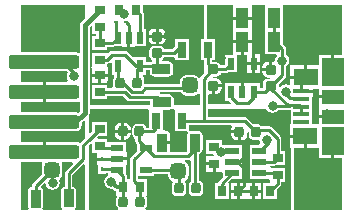
<source format=gtl>
G04 Layer_Physical_Order=1*
G04 Layer_Color=255*
%FSLAX25Y25*%
%MOIN*%
G70*
G01*
G75*
G04:AMPARAMS|DCode=10|XSize=51.18mil|YSize=51.18mil|CornerRadius=12.8mil|HoleSize=0mil|Usage=FLASHONLY|Rotation=0.000|XOffset=0mil|YOffset=0mil|HoleType=Round|Shape=RoundedRectangle|*
%AMROUNDEDRECTD10*
21,1,0.05118,0.02559,0,0,0.0*
21,1,0.02559,0.05118,0,0,0.0*
1,1,0.02559,0.01280,-0.01280*
1,1,0.02559,-0.01280,-0.01280*
1,1,0.02559,-0.01280,0.01280*
1,1,0.02559,0.01280,0.01280*
%
%ADD10ROUNDEDRECTD10*%
G04:AMPARAMS|DCode=11|XSize=62.99mil|YSize=35.43mil|CornerRadius=8.86mil|HoleSize=0mil|Usage=FLASHONLY|Rotation=90.000|XOffset=0mil|YOffset=0mil|HoleType=Round|Shape=RoundedRectangle|*
%AMROUNDEDRECTD11*
21,1,0.06299,0.01772,0,0,90.0*
21,1,0.04528,0.03543,0,0,90.0*
1,1,0.01772,0.00886,0.02264*
1,1,0.01772,0.00886,-0.02264*
1,1,0.01772,-0.00886,-0.02264*
1,1,0.01772,-0.00886,0.02264*
%
%ADD11ROUNDEDRECTD11*%
%ADD12R,0.02362X0.04331*%
%ADD13R,0.03150X0.05512*%
%ADD14R,0.03150X0.03543*%
%ADD15R,0.03543X0.03150*%
G04:AMPARAMS|DCode=16|XSize=35.43mil|YSize=31.5mil|CornerRadius=7.87mil|HoleSize=0mil|Usage=FLASHONLY|Rotation=270.000|XOffset=0mil|YOffset=0mil|HoleType=Round|Shape=RoundedRectangle|*
%AMROUNDEDRECTD16*
21,1,0.03543,0.01575,0,0,270.0*
21,1,0.01969,0.03150,0,0,270.0*
1,1,0.01575,-0.00787,-0.00984*
1,1,0.01575,-0.00787,0.00984*
1,1,0.01575,0.00787,0.00984*
1,1,0.01575,0.00787,-0.00984*
%
%ADD16ROUNDEDRECTD16*%
%ADD17R,0.04331X0.06693*%
G04:AMPARAMS|DCode=18|XSize=35.43mil|YSize=31.5mil|CornerRadius=7.87mil|HoleSize=0mil|Usage=FLASHONLY|Rotation=180.000|XOffset=0mil|YOffset=0mil|HoleType=Round|Shape=RoundedRectangle|*
%AMROUNDEDRECTD18*
21,1,0.03543,0.01575,0,0,180.0*
21,1,0.01969,0.03150,0,0,180.0*
1,1,0.01575,-0.00984,0.00787*
1,1,0.01575,0.00984,0.00787*
1,1,0.01575,0.00984,-0.00787*
1,1,0.01575,-0.00984,-0.00787*
%
%ADD18ROUNDEDRECTD18*%
%ADD19R,0.02362X0.04134*%
%ADD20R,0.04724X0.02362*%
%ADD21R,0.00984X0.01417*%
%ADD22R,0.04331X0.02362*%
G04:AMPARAMS|DCode=23|XSize=62.99mil|YSize=35.43mil|CornerRadius=8.86mil|HoleSize=0mil|Usage=FLASHONLY|Rotation=0.000|XOffset=0mil|YOffset=0mil|HoleType=Round|Shape=RoundedRectangle|*
%AMROUNDEDRECTD23*
21,1,0.06299,0.01772,0,0,0.0*
21,1,0.04528,0.03543,0,0,0.0*
1,1,0.01772,0.02264,-0.00886*
1,1,0.01772,-0.02264,-0.00886*
1,1,0.01772,-0.02264,0.00886*
1,1,0.01772,0.02264,0.00886*
%
%ADD23ROUNDEDRECTD23*%
G04:AMPARAMS|DCode=24|XSize=51.18mil|YSize=51.18mil|CornerRadius=12.8mil|HoleSize=0mil|Usage=FLASHONLY|Rotation=270.000|XOffset=0mil|YOffset=0mil|HoleType=Round|Shape=RoundedRectangle|*
%AMROUNDEDRECTD24*
21,1,0.05118,0.02559,0,0,270.0*
21,1,0.02559,0.05118,0,0,270.0*
1,1,0.02559,-0.01280,-0.01280*
1,1,0.02559,-0.01280,0.01280*
1,1,0.02559,0.01280,0.01280*
1,1,0.02559,0.01280,-0.01280*
%
%ADD24ROUNDEDRECTD24*%
%ADD25R,0.01417X0.00984*%
%ADD26R,0.07480X0.09350*%
%ADD27R,0.07480X0.04626*%
%ADD28R,0.07874X0.05807*%
%ADD29R,0.08268X0.05807*%
%ADD30R,0.05433X0.01772*%
G04:AMPARAMS|DCode=31|XSize=236.22mil|YSize=47.24mil|CornerRadius=11.81mil|HoleSize=0mil|Usage=FLASHONLY|Rotation=0.000|XOffset=0mil|YOffset=0mil|HoleType=Round|Shape=RoundedRectangle|*
%AMROUNDEDRECTD31*
21,1,0.23622,0.02362,0,0,0.0*
21,1,0.21260,0.04724,0,0,0.0*
1,1,0.02362,0.10630,-0.01181*
1,1,0.02362,-0.10630,-0.01181*
1,1,0.02362,-0.10630,0.01181*
1,1,0.02362,0.10630,0.01181*
%
%ADD31ROUNDEDRECTD31*%
%ADD32C,0.00984*%
%ADD33C,0.01575*%
%ADD34C,0.01181*%
%ADD35C,0.03150*%
%ADD36C,0.01969*%
%ADD37C,0.02362*%
G36*
X47146Y34646D02*
Y28864D01*
X46325D01*
X46267Y29158D01*
X45919Y29679D01*
X45398Y30027D01*
X44783Y30149D01*
X43209D01*
X42594Y30027D01*
X42073Y29679D01*
X41725Y29158D01*
X41603Y28543D01*
Y26575D01*
X41725Y25960D01*
X42073Y25439D01*
X42594Y25091D01*
X42691Y25072D01*
Y24213D01*
X42791Y23713D01*
X43074Y23290D01*
X43110Y23254D01*
Y21038D01*
X41400Y19328D01*
X41118Y18905D01*
X41018Y18406D01*
Y11614D01*
X39986D01*
Y12598D01*
X39886Y13098D01*
X39604Y13521D01*
X39567Y13558D01*
Y16224D01*
X39779D01*
Y17906D01*
X36614D01*
Y18905D01*
X39779D01*
Y20587D01*
X39567D01*
Y24114D01*
X33661D01*
X33366Y24492D01*
Y25098D01*
X30190D01*
X30003Y25535D01*
X30292Y25886D01*
X33366D01*
Y30610D01*
X28248D01*
Y27534D01*
X27627Y26913D01*
X27165Y27104D01*
Y33086D01*
X27271Y33244D01*
X27393Y33858D01*
X27393Y33858D01*
Y34941D01*
X46768D01*
X47146Y34646D01*
D02*
G37*
G36*
X25787Y30934D02*
Y25210D01*
X24373Y23795D01*
X24239Y23595D01*
X23686Y23964D01*
X22835Y24133D01*
X12705D01*
Y20728D01*
X11705D01*
Y24133D01*
X4626D01*
Y27540D01*
X22835D01*
X23603Y27693D01*
X24254Y28128D01*
X24689Y28779D01*
X24842Y29547D01*
Y30642D01*
X25326Y31126D01*
X25787Y30934D01*
D02*
G37*
G36*
X103725Y39673D02*
X108465D01*
Y38673D01*
X103725D01*
Y35860D01*
X103725D01*
Y35793D01*
X103725D01*
Y32980D01*
X108465D01*
Y31980D01*
X103725D01*
Y29888D01*
X101535D01*
Y34154D01*
Y39059D01*
X101748D01*
Y40445D01*
X98032D01*
Y41445D01*
X101748D01*
Y41766D01*
X103725D01*
Y39673D01*
D02*
G37*
G36*
X58156Y40144D02*
X58839Y39687D01*
X59646Y39527D01*
X62205D01*
X63011Y39687D01*
X63695Y40144D01*
X63747Y40221D01*
X64247Y40069D01*
Y36319D01*
X55608D01*
X55446Y36516D01*
Y38287D01*
X55316Y38940D01*
X54947Y39494D01*
X54393Y39864D01*
X53740Y39993D01*
X50941D01*
X50814Y40124D01*
X51025Y40624D01*
X57834D01*
X58156Y40144D01*
D02*
G37*
G36*
X20068Y47107D02*
X19920Y46886D01*
X19737Y45965D01*
X19920Y45043D01*
X20194Y44633D01*
X19927Y44133D01*
X12705D01*
Y40728D01*
Y37323D01*
X22835D01*
X23686Y37493D01*
X23741Y37530D01*
X24182Y37294D01*
Y34523D01*
X23452Y33794D01*
X22835Y33917D01*
X4626D01*
Y37323D01*
X11705D01*
Y40728D01*
Y44133D01*
X4626D01*
Y47540D01*
X19756D01*
X20068Y47107D01*
D02*
G37*
G36*
X55807Y34646D02*
Y27559D01*
X59935D01*
X60202Y27059D01*
X59999Y26755D01*
X59869Y26102D01*
Y21575D01*
X59990Y20965D01*
X59697Y20636D01*
X59654Y20596D01*
X54611D01*
X54213Y21096D01*
X54285Y21457D01*
Y23221D01*
X51476D01*
Y24220D01*
X54285D01*
Y25984D01*
X54139Y26720D01*
X53722Y27344D01*
X53098Y27761D01*
X52362Y27907D01*
X51870D01*
Y34646D01*
X52302Y34810D01*
X53740D01*
X54393Y34940D01*
X54395Y34941D01*
X55429D01*
X55807Y34646D01*
D02*
G37*
G36*
X25787Y16522D02*
Y1411D01*
X22717D01*
X22586Y1638D01*
X22510Y1911D01*
X22836Y2398D01*
X22966Y3051D01*
Y7579D01*
X22836Y8232D01*
X22466Y8785D01*
X21913Y9155D01*
X21679Y9201D01*
Y13066D01*
X25326Y16713D01*
X25787Y16522D01*
D02*
G37*
G36*
X11634Y16911D02*
X11630Y16823D01*
X11475Y16043D01*
Y13484D01*
X11519Y13265D01*
X8467Y10214D01*
X8185Y9791D01*
X8085Y9291D01*
Y9083D01*
X7851Y9037D01*
X7298Y8667D01*
X6928Y8113D01*
X6798Y7461D01*
Y2933D01*
X6928Y2280D01*
X7175Y1911D01*
X6939Y1411D01*
X4626D01*
Y17323D01*
X11377D01*
X11634Y16911D01*
D02*
G37*
G36*
X27896Y23461D02*
X28248Y23229D01*
Y20374D01*
X29709D01*
X30004Y19996D01*
X30004Y19874D01*
Y18787D01*
X31496D01*
Y17787D01*
X30004D01*
Y16888D01*
X30004Y16579D01*
X30217Y16167D01*
Y15106D01*
X30191Y14980D01*
X30217Y14854D01*
Y13484D01*
X32776D01*
Y13676D01*
X33661D01*
Y13010D01*
X32943Y12530D01*
X32421Y11749D01*
X32237Y10827D01*
X32421Y9905D01*
X32943Y9124D01*
X33724Y8602D01*
X34646Y8418D01*
X34997Y8488D01*
X35424Y8062D01*
X35880Y7757D01*
X36319Y7670D01*
Y6496D01*
X36319D01*
X36586Y5996D01*
X36410Y5733D01*
X36288Y5118D01*
Y3150D01*
X36410Y2535D01*
X36758Y2014D01*
X36913Y1911D01*
X36761Y1411D01*
X27165D01*
Y22898D01*
X27748Y23480D01*
X27896Y23461D01*
D02*
G37*
G36*
X86683Y34419D02*
X87464Y33897D01*
X88386Y33714D01*
X89307Y33897D01*
X90089Y34419D01*
X90355Y34817D01*
X94094D01*
X94390Y34575D01*
Y29888D01*
X94276D01*
Y26484D01*
X99213D01*
Y25984D01*
X99713D01*
Y22081D01*
X103725D01*
Y18538D01*
X107965D01*
Y24213D01*
X108965D01*
Y18538D01*
X111493D01*
Y1411D01*
X95669D01*
Y22081D01*
X98713D01*
Y25484D01*
X94276D01*
Y22081D01*
X94390D01*
Y1411D01*
X46113D01*
X45961Y1911D01*
X46116Y2014D01*
X46464Y2535D01*
X46586Y3150D01*
Y5118D01*
X46464Y5733D01*
X46288Y5996D01*
X46555Y6496D01*
X46555D01*
Y11614D01*
X43627D01*
Y12697D01*
X49016D01*
Y13361D01*
X53601D01*
Y12992D01*
X53762Y12186D01*
X54219Y11502D01*
X54902Y11045D01*
X54932Y11039D01*
X55162Y10484D01*
X55013Y10260D01*
X54890Y9646D01*
Y7677D01*
X55013Y7063D01*
X55361Y6542D01*
X55882Y6194D01*
X56496Y6072D01*
X58071D01*
X58685Y6194D01*
X59206Y6542D01*
X59554Y7063D01*
X59676Y7677D01*
Y9646D01*
X59554Y10260D01*
X59300Y10640D01*
X59213Y10797D01*
X59393Y11258D01*
X59758Y11502D01*
X60215Y12186D01*
X60375Y12992D01*
Y15551D01*
X60215Y16358D01*
X59758Y17041D01*
X59091Y17487D01*
X59081Y17534D01*
X59175Y17987D01*
X60215D01*
X60656Y18075D01*
X60777Y18042D01*
X61156Y17780D01*
Y10971D01*
X60873Y10781D01*
X60524Y10260D01*
X60402Y9646D01*
Y7677D01*
X60524Y7063D01*
X60873Y6542D01*
X61393Y6194D01*
X62008Y6072D01*
X63583D01*
X64197Y6194D01*
X64718Y6542D01*
X65066Y7063D01*
X65188Y7677D01*
Y9646D01*
X65066Y10260D01*
X64718Y10781D01*
X64197Y11129D01*
X63765Y11215D01*
Y19952D01*
X63999Y19999D01*
X64553Y20369D01*
X64923Y20922D01*
X65052Y21575D01*
Y26102D01*
X64923Y26755D01*
X64553Y27309D01*
X63999Y27678D01*
X63346Y27808D01*
X61575D01*
X61032Y27700D01*
X60672Y27897D01*
X60532Y28019D01*
Y29798D01*
X74680D01*
X74947Y29298D01*
X74786Y29057D01*
X74647Y28359D01*
Y27875D01*
X77257D01*
Y27375D01*
X77757D01*
Y24568D01*
X78044D01*
X78742Y24707D01*
X79333Y25102D01*
X79728Y25693D01*
X79867Y26391D01*
Y27133D01*
X80367Y27400D01*
X80375Y27395D01*
Y26391D01*
X80498Y25776D01*
X80846Y25255D01*
X81367Y24907D01*
X81981Y24785D01*
X83525D01*
X83565Y24779D01*
X84077Y24379D01*
X84195Y23784D01*
X84298Y23630D01*
X84031Y23130D01*
X80852D01*
Y19193D01*
Y15453D01*
Y11713D01*
X87151D01*
X87493Y11354D01*
Y10741D01*
X87493D01*
X87474Y10249D01*
X85229D01*
Y5131D01*
X89954D01*
Y8207D01*
X90974Y9228D01*
X91257Y9651D01*
X91357Y10151D01*
Y10741D01*
X92611D01*
Y15465D01*
X87828D01*
X87498Y15966D01*
X87563Y16117D01*
X88858D01*
X89357Y16216D01*
X89413Y16253D01*
X92611D01*
Y20977D01*
X91357D01*
Y25111D01*
X91257Y25610D01*
X90974Y26033D01*
X88133Y28875D01*
X87709Y29158D01*
X87210Y29257D01*
X84850D01*
X84691Y29495D01*
X84171Y29843D01*
X83556Y29965D01*
X82024D01*
X79964Y32025D01*
X79540Y32308D01*
X79041Y32407D01*
X66856D01*
Y34941D01*
X86334D01*
X86683Y34419D01*
D02*
G37*
G36*
X21784Y16861D02*
X19452Y14529D01*
X19169Y14106D01*
X19069Y13607D01*
Y9201D01*
X18835Y9155D01*
X18282Y8785D01*
X17912Y8232D01*
X17782Y7579D01*
Y3051D01*
X17912Y2398D01*
X18238Y1911D01*
X18162Y1638D01*
X18031Y1411D01*
X11841D01*
X11605Y1911D01*
X11852Y2280D01*
X11982Y2933D01*
Y7461D01*
X11852Y8113D01*
X11482Y8667D01*
X11287Y8797D01*
X11238Y9295D01*
X12180Y10237D01*
X12722Y10072D01*
X12834Y9511D01*
X13356Y8730D01*
X14137Y8208D01*
X15059Y8025D01*
X15981Y8208D01*
X16762Y8730D01*
X17284Y9511D01*
X17468Y10433D01*
X17284Y11355D01*
X17378Y11824D01*
X17632Y11994D01*
X18089Y12678D01*
X18249Y13484D01*
Y16043D01*
X18094Y16823D01*
X18091Y16911D01*
X18347Y17323D01*
X21592D01*
X21784Y16861D01*
D02*
G37*
G36*
X111493Y53116D02*
X108965D01*
Y47441D01*
X107965D01*
Y53116D01*
X103725D01*
Y49573D01*
X99910D01*
Y45669D01*
X99410D01*
Y45169D01*
X94276D01*
Y43242D01*
X93835Y43006D01*
X93737Y43072D01*
X92815Y43255D01*
X91893Y43072D01*
X91112Y42549D01*
X90885Y42210D01*
X90385Y42362D01*
Y43363D01*
X92458Y45436D01*
X92741Y45859D01*
X92840Y46358D01*
Y49212D01*
X93239Y49478D01*
X93761Y50259D01*
X93944Y51181D01*
X93761Y52103D01*
X93239Y52884D01*
X92840Y53150D01*
Y55020D01*
X92741Y55519D01*
X92458Y55942D01*
X91929Y56471D01*
Y61614D01*
X91929D01*
Y69390D01*
X91929D01*
X92028Y69849D01*
X111493D01*
Y53116D01*
D02*
G37*
G36*
X25787Y65325D02*
X24652Y64189D01*
X24304Y63668D01*
X24182Y63054D01*
X24182Y63054D01*
Y53907D01*
X23741Y53671D01*
X23603Y53764D01*
X22835Y53917D01*
X4626D01*
Y69849D01*
X25787D01*
Y65325D01*
D02*
G37*
G36*
X65551Y58366D02*
X64370D01*
Y51279D01*
X65428D01*
Y50197D01*
X65527Y49698D01*
X65551Y49661D01*
Y46924D01*
X64629Y46001D01*
X64346Y45578D01*
X64109Y45496D01*
X63820Y45496D01*
X63695Y45683D01*
X63011Y46140D01*
X62205Y46300D01*
X59646D01*
X58839Y46140D01*
X58156Y45683D01*
X57699Y44999D01*
X57538Y44193D01*
Y43234D01*
X46033D01*
X45988Y43225D01*
X45602Y43542D01*
Y44783D01*
X45480Y45398D01*
X45131Y45919D01*
X45075Y45957D01*
X45226Y46457D01*
X46161D01*
Y48105D01*
X47388D01*
Y47500D01*
X47518Y46847D01*
X47888Y46294D01*
X48442Y45924D01*
X49095Y45794D01*
X53622D01*
X54275Y45924D01*
X54828Y46294D01*
X55198Y46847D01*
X55328Y47500D01*
Y49272D01*
X55198Y49924D01*
X54828Y50478D01*
X54275Y50848D01*
X53622Y50978D01*
X51812D01*
X51660Y51478D01*
X52021Y51719D01*
X52369Y52240D01*
X52389Y52337D01*
X55512D01*
X55709Y52176D01*
Y51279D01*
X60433D01*
Y58366D01*
X55709D01*
Y55684D01*
X54971Y54946D01*
X52389D01*
X52369Y55044D01*
X52021Y55564D01*
X51500Y55913D01*
X50886Y56035D01*
X48917D01*
X48303Y55913D01*
X47782Y55564D01*
X47434Y55044D01*
X47312Y54429D01*
Y52854D01*
X47434Y52240D01*
X47782Y51719D01*
X48104Y51504D01*
X48204Y50960D01*
X48188Y50892D01*
X48019Y50714D01*
X46161D01*
Y52362D01*
X42224D01*
Y52362D01*
X41859Y52211D01*
X40096Y53974D01*
X39672Y54256D01*
X39173Y54356D01*
X34920D01*
X34421Y54256D01*
X33997Y53974D01*
X33717Y53693D01*
X33366Y53839D01*
Y53839D01*
X28248D01*
X28248Y49247D01*
X28035Y48835D01*
X28036Y48702D01*
Y46760D01*
X33579D01*
Y48702D01*
X33579Y48835D01*
X33366Y49247D01*
X33366Y49335D01*
Y50176D01*
X33844Y50271D01*
X34244Y50538D01*
X34464Y50493D01*
X34744Y50377D01*
Y46457D01*
X35408D01*
Y45307D01*
X35304Y44783D01*
Y42815D01*
X35356Y42553D01*
X34969Y42053D01*
X33366D01*
Y43110D01*
X28248D01*
Y38386D01*
X33366D01*
Y39443D01*
X38519D01*
X39909Y38054D01*
X40332Y37771D01*
X40831Y37672D01*
X47507D01*
Y36516D01*
X47345Y36319D01*
X27393D01*
Y62389D01*
X27786Y62782D01*
X28248Y62590D01*
Y60138D01*
X29502D01*
Y59350D01*
X28248D01*
Y54626D01*
X33366D01*
Y55684D01*
X34843D01*
X35342Y55783D01*
X35525Y55905D01*
X38272D01*
Y55693D01*
X39953D01*
Y58858D01*
X40953D01*
Y55693D01*
X42634D01*
Y55905D01*
X46161D01*
Y61811D01*
X45498D01*
Y66437D01*
X45398Y66936D01*
X45115Y67360D01*
X45079Y67396D01*
Y69849D01*
X65551D01*
Y58366D01*
D02*
G37*
G36*
X86024Y69390D02*
X86024D01*
Y61122D01*
X86024D01*
Y53347D01*
X89624D01*
X89764Y53037D01*
X89807Y52846D01*
X89310Y52103D01*
X89127Y51181D01*
X89145Y51091D01*
X88973Y50919D01*
X88705Y50740D01*
X88295D01*
Y48130D01*
X87795D01*
Y47630D01*
X84989D01*
Y47343D01*
X85127Y46645D01*
X85522Y46054D01*
X86114Y45659D01*
X86811Y45520D01*
X87554D01*
X87821Y45020D01*
X87815Y45011D01*
X86811D01*
X86197Y44889D01*
X85676Y44541D01*
X85328Y44020D01*
X85205Y43406D01*
Y41988D01*
X84046D01*
Y43538D01*
X80518D01*
Y43751D01*
X78837D01*
Y40684D01*
X77837D01*
Y43751D01*
X76156D01*
Y43538D01*
X72628D01*
Y37829D01*
X73871D01*
X74625Y37076D01*
X74433Y36614D01*
X66856D01*
Y39799D01*
X67356Y40178D01*
X67716Y40107D01*
X68201D01*
Y42717D01*
X68701D01*
Y43216D01*
X71507D01*
Y43504D01*
X71369Y44201D01*
X70974Y44793D01*
X70382Y45188D01*
X69685Y45326D01*
X68943D01*
X68675Y45826D01*
X68681Y45835D01*
X69685D01*
X70300Y45957D01*
X70820Y46306D01*
X71169Y46826D01*
X71188Y46924D01*
X72693D01*
X73192Y47023D01*
X73574Y47278D01*
X76565D01*
X76565Y52987D01*
X77004Y53134D01*
X77846D01*
Y56980D01*
X75181D01*
Y53487D01*
X75181Y53134D01*
X74742Y52987D01*
X72628D01*
Y50009D01*
X72153Y49533D01*
X71188D01*
X71169Y49630D01*
X70820Y50151D01*
X70300Y50499D01*
X69685Y50621D01*
X68153D01*
X68037Y50737D01*
Y51279D01*
X69095D01*
Y58366D01*
X66535D01*
Y69849D01*
X74783D01*
X75181Y69602D01*
X75181Y69349D01*
Y65756D01*
X78347D01*
X81512D01*
Y69349D01*
X81512Y69602D01*
X81910Y69849D01*
X85925D01*
X86024Y69390D01*
D02*
G37*
%LPC*%
G36*
X41094Y27059D02*
X38984D01*
Y24752D01*
X39272D01*
X39969Y24891D01*
X40560Y25286D01*
X40955Y25877D01*
X41094Y26575D01*
Y27059D01*
D02*
G37*
G36*
X37984D02*
X35874D01*
Y26575D01*
X36013Y25877D01*
X36408Y25286D01*
X36999Y24891D01*
X37697Y24752D01*
X37984D01*
Y27059D01*
D02*
G37*
G36*
Y30366D02*
X37697D01*
X36999Y30227D01*
X36408Y29832D01*
X36013Y29241D01*
X35874Y28543D01*
Y28059D01*
X37984D01*
Y30366D01*
D02*
G37*
G36*
X39272D02*
X38984D01*
Y28059D01*
X41094D01*
Y28543D01*
X40955Y29241D01*
X40560Y29832D01*
X39969Y30227D01*
X39272Y30366D01*
D02*
G37*
G36*
X71450Y24619D02*
X66332D01*
Y19895D01*
X68698D01*
X68743Y19820D01*
X68460Y19320D01*
X66119D01*
Y17245D01*
X68891D01*
Y16745D01*
X69391D01*
Y14170D01*
X71662D01*
X71797Y13726D01*
Y12376D01*
X70527Y11107D01*
X70244Y10684D01*
X70158Y10249D01*
X69087D01*
Y5131D01*
X73812D01*
Y10249D01*
X73812D01*
X73679Y10569D01*
X74823Y11713D01*
X78096D01*
Y15240D01*
X78309D01*
Y16921D01*
X74946D01*
Y17921D01*
X78309D01*
Y19602D01*
X78096D01*
Y23130D01*
X71797D01*
X71450Y23486D01*
Y24619D01*
D02*
G37*
G36*
X76461Y10462D02*
X74387D01*
Y8190D01*
X76461D01*
Y10462D01*
D02*
G37*
G36*
X68391Y16245D02*
X66119D01*
Y14170D01*
X68391D01*
Y16245D01*
D02*
G37*
G36*
X79536Y10462D02*
X77461D01*
Y7690D01*
Y4918D01*
X79505D01*
Y4918D01*
X81580D01*
Y7690D01*
Y10462D01*
X79536D01*
Y10462D01*
D02*
G37*
G36*
X84654Y7190D02*
X82580D01*
Y4918D01*
X84654D01*
Y7190D01*
D02*
G37*
G36*
Y10462D02*
X82580D01*
Y8190D01*
X84654D01*
Y10462D01*
D02*
G37*
G36*
X76461Y7190D02*
X74387D01*
Y4918D01*
X76461D01*
Y7190D01*
D02*
G37*
G36*
X76757Y26875D02*
X74647D01*
Y26391D01*
X74786Y25693D01*
X75181Y25102D01*
X75772Y24707D01*
X76469Y24568D01*
X76757D01*
Y26875D01*
D02*
G37*
G36*
X98910Y49573D02*
X94276D01*
Y46169D01*
X98910D01*
Y49573D01*
D02*
G37*
G36*
X49402Y58654D02*
X47095D01*
Y58366D01*
X47234Y57669D01*
X47629Y57077D01*
X48220Y56682D01*
X48917Y56544D01*
X49402D01*
Y58654D01*
D02*
G37*
G36*
X52708D02*
X50402D01*
Y56544D01*
X50886D01*
X51583Y56682D01*
X52175Y57077D01*
X52570Y57669D01*
X52708Y58366D01*
Y58654D01*
D02*
G37*
G36*
X49402Y61763D02*
X48917D01*
X48220Y61625D01*
X47629Y61230D01*
X47234Y60638D01*
X47095Y59941D01*
Y59654D01*
X49402D01*
Y61763D01*
D02*
G37*
G36*
X50886D02*
X50402D01*
Y59654D01*
X52708D01*
Y59941D01*
X52570Y60638D01*
X52175Y61230D01*
X51583Y61625D01*
X50886Y61763D01*
D02*
G37*
G36*
X30307Y45760D02*
X28036D01*
Y43685D01*
X30307D01*
Y45760D01*
D02*
G37*
G36*
X33579D02*
X31307D01*
Y43685D01*
X33579D01*
Y45760D01*
D02*
G37*
G36*
X81512Y64756D02*
X78347D01*
X75181D01*
Y60909D01*
X75181D01*
Y57980D01*
X78347D01*
X81512D01*
Y61827D01*
X81512D01*
Y64756D01*
D02*
G37*
G36*
X71507Y42217D02*
X69201D01*
Y40107D01*
X69685D01*
X70382Y40245D01*
X70974Y40641D01*
X71369Y41232D01*
X71507Y41929D01*
Y42217D01*
D02*
G37*
G36*
X87295Y50740D02*
X86811D01*
X86114Y50601D01*
X85522Y50206D01*
X85127Y49615D01*
X84989Y48917D01*
Y48630D01*
X87295D01*
Y50740D01*
D02*
G37*
G36*
X84258Y49632D02*
X82577D01*
Y47065D01*
X84258D01*
Y49632D01*
D02*
G37*
G36*
X81577D02*
X79896D01*
Y47065D01*
X81577D01*
Y49632D01*
D02*
G37*
G36*
X81512Y56980D02*
X78847D01*
Y53134D01*
X79896D01*
Y50632D01*
X81577D01*
Y53199D01*
X81512D01*
Y56980D01*
D02*
G37*
G36*
X84258Y53199D02*
X82577D01*
Y50632D01*
X84258D01*
Y53199D01*
D02*
G37*
%LPD*%
D10*
X14862Y14764D02*
D03*
X56988Y14272D02*
D03*
D11*
X9390Y5197D02*
D03*
X20374Y5315D02*
D03*
X51476Y23720D02*
D03*
X62461Y23839D02*
D03*
D12*
X44193Y49409D02*
D03*
X36713D02*
D03*
Y58858D02*
D03*
X40453D02*
D03*
X44193D02*
D03*
D13*
X49508Y31102D02*
D03*
X58169D02*
D03*
X58071Y54823D02*
D03*
X66732D02*
D03*
D14*
X82080Y7690D02*
D03*
X87591D02*
D03*
X76961Y7690D02*
D03*
X71450D02*
D03*
X38681Y9055D02*
D03*
X44193D02*
D03*
X42717Y67913D02*
D03*
X37205D02*
D03*
D15*
X90052Y13103D02*
D03*
Y18615D02*
D03*
X68891Y16745D02*
D03*
Y22257D02*
D03*
X30807Y22736D02*
D03*
Y28248D02*
D03*
X30807Y40748D02*
D03*
Y46260D02*
D03*
Y62500D02*
D03*
Y68012D02*
D03*
Y51476D02*
D03*
Y56988D02*
D03*
D16*
X82769Y27375D02*
D03*
X77257D02*
D03*
X62795Y8661D02*
D03*
X57284D02*
D03*
X44193Y4134D02*
D03*
X38681D02*
D03*
X43996Y27559D02*
D03*
X38484D02*
D03*
X43209Y43799D02*
D03*
X37697D02*
D03*
D17*
X88976Y65256D02*
D03*
X78347D02*
D03*
X88976Y57480D02*
D03*
X78347D02*
D03*
D18*
X87795Y42618D02*
D03*
Y48130D02*
D03*
X68701Y42717D02*
D03*
Y48228D02*
D03*
X49902Y53642D02*
D03*
Y59154D02*
D03*
D19*
X74597Y50132D02*
D03*
X82077D02*
D03*
Y40684D02*
D03*
X78337D02*
D03*
X74597D02*
D03*
D20*
X84001Y21161D02*
D03*
Y17421D02*
D03*
Y13681D02*
D03*
X74946D02*
D03*
Y17421D02*
D03*
Y21161D02*
D03*
D21*
X31496Y18287D02*
D03*
Y14980D02*
D03*
D22*
X46063Y22146D02*
D03*
Y14665D02*
D03*
X36614D02*
D03*
Y18406D02*
D03*
Y22146D02*
D03*
D23*
X51476Y37402D02*
D03*
X51358Y48386D02*
D03*
D24*
X60925Y42913D02*
D03*
D25*
X39547Y63878D02*
D03*
X36240D02*
D03*
D26*
X108465Y47441D02*
D03*
Y24213D02*
D03*
D27*
Y32480D02*
D03*
Y39173D02*
D03*
D28*
X99213Y25984D02*
D03*
D29*
X99410Y45669D02*
D03*
D30*
X98032Y30709D02*
D03*
Y40945D02*
D03*
Y38386D02*
D03*
Y33268D02*
D03*
Y35827D02*
D03*
D31*
X12205Y20728D02*
D03*
Y30728D02*
D03*
Y40728D02*
D03*
Y50728D02*
D03*
D32*
X88976Y57579D02*
X91535Y55020D01*
X84256Y21161D02*
X87110Y24016D01*
X91535Y51181D02*
Y55020D01*
Y46358D02*
Y51181D01*
X72693Y48228D02*
X74597Y50132D01*
X68701Y48228D02*
X72693D01*
X22146Y45965D02*
Y47146D01*
X25295Y18528D02*
Y22873D01*
X20374Y13607D02*
X25295Y18528D01*
X20374Y5315D02*
Y13607D01*
X68891Y22257D02*
X70380Y20768D01*
X71362D01*
X71450Y10184D02*
X74946Y13681D01*
X71450Y7690D02*
Y10184D01*
X77257Y24482D02*
X78785Y22954D01*
Y19139D02*
Y22954D01*
X77067Y17421D02*
X78785Y19139D01*
X77257Y24482D02*
Y27375D01*
X14862Y10630D02*
X15059Y10433D01*
X14862Y10630D02*
Y14764D01*
X9390Y9291D02*
X14862Y14764D01*
X9390Y5197D02*
Y9291D01*
X55512Y53642D02*
X57480Y55610D01*
X42323Y18406D02*
X46063Y22146D01*
X31496Y18287D02*
X36496D01*
X36614Y18406D01*
X31496Y14980D02*
X36299D01*
X36614Y14665D01*
X43996Y24213D02*
Y27559D01*
Y24213D02*
X46063Y22146D01*
X42323Y10925D02*
Y18406D01*
X44193Y4134D02*
Y8661D01*
X42323Y10925D02*
X44193Y9055D01*
X36614Y14665D02*
X38681Y12598D01*
Y9055D02*
Y12598D01*
Y4134D02*
Y9055D01*
X30807Y56988D02*
Y62500D01*
X36240Y59331D02*
Y63878D01*
Y59331D02*
X36713Y58858D01*
X34843Y56988D02*
X36713Y58858D01*
X30807Y56988D02*
X34843D01*
X30807Y51476D02*
X33345D01*
X34920Y53051D01*
X39173D01*
X43209Y48425D02*
X44193Y49409D01*
X43209Y43799D02*
Y48425D01*
X37697Y43406D02*
Y43799D01*
X30807Y22736D02*
X31398Y22146D01*
X36614D01*
X90052Y13103D02*
Y13681D01*
Y10151D02*
Y13103D01*
X87591Y7690D02*
X90052Y10151D01*
X76961Y7690D02*
X82080D01*
X76961Y7690D02*
X76961Y7690D01*
X76961Y7690D02*
X78785Y9514D01*
X76679Y17421D02*
X77762Y16339D01*
X77920D01*
X78785Y15474D01*
Y9514D02*
Y15474D01*
X84001Y17421D02*
X88858D01*
X90052Y18615D01*
X43996Y27559D02*
X48524D01*
X49508Y28543D01*
X74946Y17421D02*
X76679D01*
X77067D01*
X82077Y40684D02*
X85861D01*
X87795Y42618D01*
X82077Y38869D02*
Y40684D01*
X80251Y37042D02*
X82077Y38869D01*
X76504Y37042D02*
X80251D01*
X74597Y38949D02*
X76504Y37042D01*
X74597Y38949D02*
Y40684D01*
X37697Y43799D02*
X38514D01*
X41565Y40748D01*
X59941Y41929D02*
X60925Y42913D01*
X44193Y49409D02*
X50335D01*
X51358Y48386D01*
X49902Y38976D02*
X51476Y37402D01*
X49902Y49843D02*
Y53642D01*
Y49843D02*
X50335Y49409D01*
X49902Y53642D02*
X55512D01*
X39547Y63878D02*
X40453Y62972D01*
Y58858D02*
Y62972D01*
X97638Y38780D02*
X98032Y38386D01*
X42717Y67913D02*
X44193Y66437D01*
Y58858D02*
Y66437D01*
X38386Y66732D02*
X38780D01*
X37992Y67126D02*
X38386Y66732D01*
X84001Y13681D02*
X90052D01*
X46063Y22146D02*
X48917Y19291D01*
X60215D01*
X62461Y21537D01*
X56595Y14665D02*
X56988Y14272D01*
X46063Y14665D02*
X56595D01*
X57284Y8661D02*
Y13976D01*
X56988Y14272D02*
X57284Y13976D01*
X62461Y8996D02*
X62795Y8661D01*
X62461Y8996D02*
Y21537D01*
Y23839D01*
X66732Y50197D02*
Y54823D01*
Y50197D02*
X68701Y48228D01*
X88976Y57579D02*
Y65256D01*
X87795Y42618D02*
X91535Y46358D01*
X98032Y33268D02*
Y35827D01*
X97638Y36220D02*
X98032Y35827D01*
X94193Y36220D02*
X97638D01*
X41565Y40748D02*
X44852D01*
X46033Y41929D01*
X59941D01*
X40831Y38976D02*
X49902D01*
X36713Y44783D02*
X37697Y43799D01*
X36713Y44783D02*
Y49409D01*
X30807Y40748D02*
X39060D01*
X40831Y38976D01*
X39173Y53051D02*
X42815Y49409D01*
X44193D01*
X88386Y36122D02*
X94094D01*
X94193Y36220D01*
X14862Y50728D02*
X18563D01*
X82769Y27375D02*
X83346Y27953D01*
X87210D01*
X90052Y25111D01*
Y18615D02*
Y25111D01*
X86420Y24706D02*
X87110Y24016D01*
X84001Y21161D02*
X84256D01*
X79041Y31102D02*
X82769Y27375D01*
X65551Y45079D02*
X68701Y48228D01*
X65551Y31201D02*
Y45079D01*
X65453Y31102D02*
X65551Y31201D01*
X58169Y31102D02*
X65453D01*
X79041D01*
X87795Y41829D02*
Y42618D01*
X93404Y36220D02*
X94193D01*
X87795Y41829D02*
X93404Y36220D01*
X92815Y40097D02*
Y40846D01*
Y40097D02*
X94132Y38780D01*
X97638D01*
X18563Y50728D02*
X22146Y47146D01*
X98032Y40945D02*
Y44291D01*
X99410Y45669D01*
X106595Y33465D02*
X106791Y33268D01*
X27147Y24724D02*
X27283D01*
X25295Y22873D02*
X27147Y24724D01*
X27283D02*
X30807Y28248D01*
D33*
X25787Y33858D02*
Y63054D01*
X30745Y68012D02*
X30807D01*
X12205Y30728D02*
X22658D01*
X25787Y33858D01*
Y63054D02*
X30745Y68012D01*
D34*
X34646Y10827D02*
X36417Y9055D01*
X38681D01*
D35*
X91535Y51181D02*
D03*
X71054Y52101D02*
D03*
X22146Y45965D02*
D03*
X71362Y20768D02*
D03*
X15059Y10433D02*
D03*
X38780Y66732D02*
D03*
X88386Y36122D02*
D03*
X34646Y10827D02*
D03*
X86420Y24706D02*
D03*
X92815Y40846D02*
D03*
X106595Y33465D02*
D03*
D36*
X83268Y65059D02*
D03*
X83661Y56791D02*
D03*
X73425Y58760D02*
D03*
X73228Y65354D02*
D03*
D37*
X61910Y50591D02*
D03*
X34154Y43504D02*
D03*
X83169Y33366D02*
D03*
X29134Y32480D02*
D03*
X41437Y54527D02*
D03*
X53347Y59350D02*
D03*
X64075Y59842D02*
D03*
X64272Y67520D02*
D03*
X50984D02*
D03*
X53839Y56201D02*
D03*
X45866Y54429D02*
D03*
X62795Y38091D02*
D03*
X35728Y37992D02*
D03*
X68504Y33563D02*
D03*
X68012Y28445D02*
D03*
X28543Y3051D02*
D03*
X48031Y3347D02*
D03*
X59744Y3445D02*
D03*
X79626Y3051D02*
D03*
X92618Y2953D02*
D03*
X92716Y33465D02*
D03*
X79527Y17323D02*
D03*
X56791Y22146D02*
D03*
X65059Y17421D02*
D03*
X44193Y32677D02*
D03*
X28445Y19094D02*
D03*
X15551Y45965D02*
D03*
X15157Y35630D02*
D03*
X15354Y25984D02*
D03*
M02*

</source>
